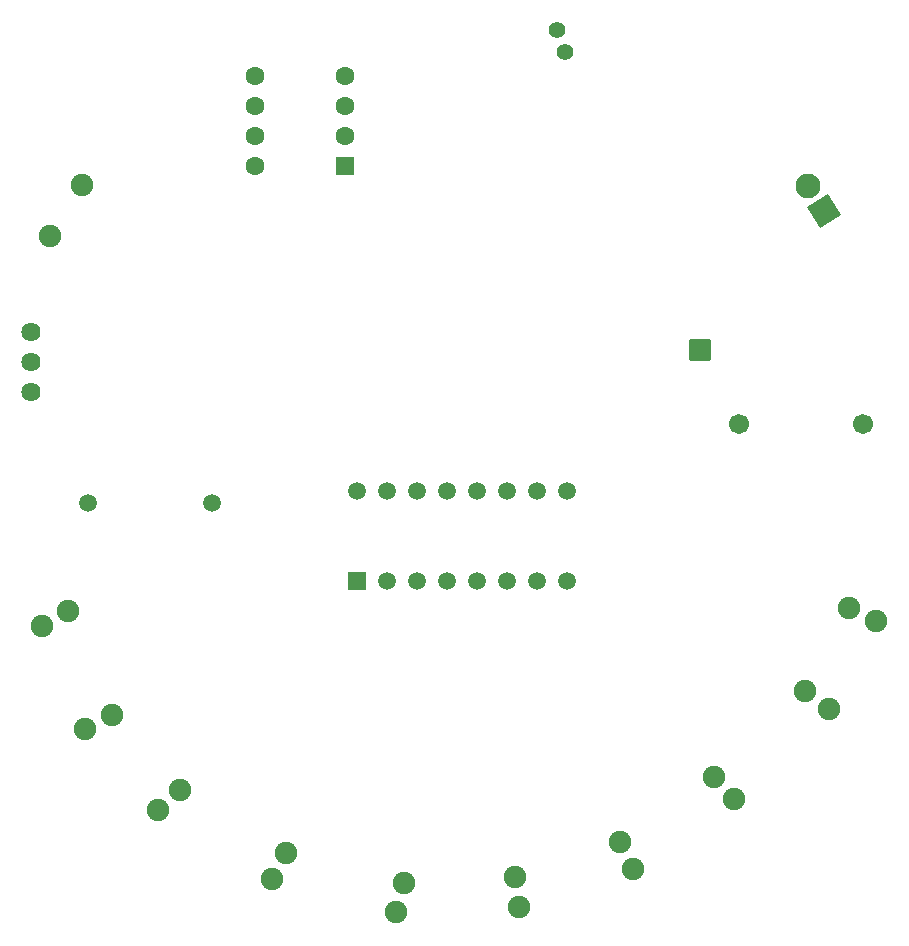
<source format=gbs>
G04 Layer: BottomSolderMaskLayer*
G04 EasyEDA v6.5.51, 2025-10-31 17:05:29*
G04 2c13a8696d224139b0bc35c9be8cf329,69688592e0df400aafdf5843d4e091a6,10*
G04 Gerber Generator version 0.2*
G04 Scale: 100 percent, Rotated: No, Reflected: No *
G04 Dimensions in millimeters *
G04 leading zeros omitted , absolute positions ,4 integer and 5 decimal *
%FSLAX45Y45*%
%MOMM*%

%AMMACRO1*4,1,8,-0.3092,-1.4322,-0.3504,-1.4228,-1.4322,0.309,-1.4228,0.3501,0.309,1.4322,0.3501,1.4228,1.4322,-0.3092,1.4228,-0.3504,-0.3092,-1.4322,0*%
%AMMACRO2*4,1,8,-0.8711,-0.9008,-0.9008,-0.8708,-0.9008,0.8711,-0.8711,0.9008,0.8708,0.9008,0.9008,0.8711,0.9008,-0.8708,0.8708,-0.9008,-0.8711,-0.9008,0*%
%AMMACRO3*4,1,8,-0.7196,-0.7493,-0.7493,-0.7193,-0.7493,0.7196,-0.7196,0.7493,0.7193,0.7493,0.7493,0.7196,0.7493,-0.7193,0.7193,-0.7493,-0.7196,-0.7493,0*%
%AMMACRO4*4,1,8,-0.7711,-0.8009,-0.8009,-0.7709,-0.8009,0.7711,-0.7711,0.8009,0.7709,0.8009,0.8009,0.7711,0.8009,-0.7709,0.7709,-0.8009,-0.7711,-0.8009,0*%
%ADD10C,1.4016*%
%ADD11C,1.9016*%
%ADD12MACRO1*%
%ADD13C,2.1016*%
%ADD14C,1.9000*%
%ADD15MACRO2*%
%ADD16C,1.5016*%
%ADD17C,1.7016*%
%ADD18C,0.0155*%
%ADD19C,1.6256*%
%ADD20MACRO3*%
%ADD21C,1.4986*%
%ADD22MACRO4*%
%ADD23C,1.6016*%

%LPD*%
D10*
G01*
X5412463Y8119757D03*
G01*
X5484136Y7933042D03*
D11*
G01*
X1122702Y6375895D03*
G01*
X1391897Y6806704D03*
D12*
G01*
X7674597Y6585216D03*
D13*
G01*
X7540000Y6800601D03*
D14*
G01*
X1057323Y3075330D03*
G01*
X1279476Y3198469D03*
G01*
X1423543Y2202942D03*
G01*
X1649856Y2318257D03*
G01*
X2040717Y1513586D03*
G01*
X2226482Y1686813D03*
G01*
X3001076Y929266D03*
G01*
X3120323Y1153533D03*
G01*
X4056529Y652028D03*
G01*
X4122270Y897371D03*
G01*
X5097675Y699736D03*
G01*
X5062324Y951263D03*
G01*
X6062774Y1016152D03*
G01*
X5951425Y1244447D03*
G01*
X6919213Y1608917D03*
G01*
X6745986Y1794682D03*
G01*
X7721427Y2374668D03*
G01*
X7518572Y2527531D03*
G01*
X8116100Y3121327D03*
G01*
X7885899Y3228672D03*
D15*
G01*
X6629412Y5410187D03*
D16*
G01*
X1443507Y4114800D03*
G01*
X2493492Y4114800D03*
D17*
G01*
X6955294Y4787900D03*
G01*
X8005305Y4787900D03*
D19*
G01*
X965194Y5308600D03*
G01*
X965194Y5054600D03*
G01*
X965194Y5562600D03*
D20*
G01*
X3721100Y3454400D03*
D21*
G01*
X3975100Y3454400D03*
G01*
X4229100Y3454400D03*
G01*
X4483100Y3454400D03*
G01*
X4737100Y3454400D03*
G01*
X4991100Y3454400D03*
G01*
X5245100Y3454400D03*
G01*
X5499100Y3454400D03*
G01*
X5499100Y4216400D03*
G01*
X5245100Y4216400D03*
G01*
X4991100Y4216400D03*
G01*
X4737100Y4216400D03*
G01*
X4483100Y4216400D03*
G01*
X4229100Y4216400D03*
G01*
X3975100Y4216400D03*
G01*
X3721100Y4216400D03*
D22*
G01*
X3619500Y6972300D03*
D23*
G01*
X3619500Y7226300D03*
G01*
X3619500Y7480300D03*
G01*
X3619500Y7734300D03*
G01*
X2857500Y6972300D03*
G01*
X2857500Y7226300D03*
G01*
X2857500Y7480300D03*
G01*
X2857500Y7734300D03*
M02*

</source>
